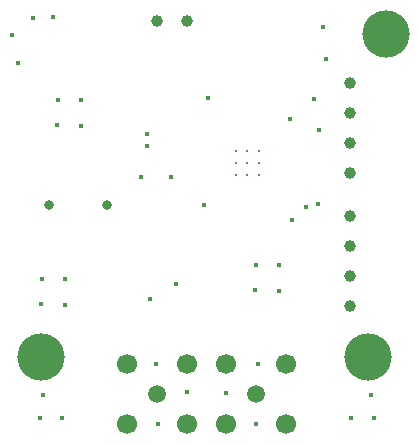
<source format=gbr>
%TF.GenerationSoftware,KiCad,Pcbnew,5.0.2-bee76a0~70~ubuntu18.04.1*%
%TF.CreationDate,2019-01-08T18:58:57+02:00*%
%TF.ProjectId,HScope_2018_10_L,4853636f-7065-45f3-9230-31385f31305f,rev?*%
%TF.SameCoordinates,Original*%
%TF.FileFunction,Plated,1,2,PTH,Drill*%
%TF.FilePolarity,Positive*%
%FSLAX46Y46*%
G04 Gerber Fmt 4.6, Leading zero omitted, Abs format (unit mm)*
G04 Created by KiCad (PCBNEW 5.0.2-bee76a0~70~ubuntu18.04.1) date Вт 08 янв 2019 18:58:57*
%MOMM*%
%LPD*%
G01*
G04 APERTURE LIST*
%TA.AperFunction,ComponentDrill*%
%ADD10C,0.200000*%
%TD*%
%TA.AperFunction,ViaDrill*%
%ADD11C,0.400000*%
%TD*%
%TA.AperFunction,ComponentDrill*%
%ADD12C,0.800000*%
%TD*%
%TA.AperFunction,ComponentDrill*%
%ADD13C,1.000000*%
%TD*%
%TA.AperFunction,ComponentDrill*%
%ADD14C,1.500000*%
%TD*%
%TA.AperFunction,ComponentDrill*%
%ADD15C,1.700000*%
%TD*%
%TA.AperFunction,ViaDrill*%
%ADD16C,4.000000*%
%TD*%
G04 APERTURE END LIST*
D10*
%TO.C,U2*%
X82900000Y-47900000D03*
X82900000Y-48900000D03*
X82900000Y-49900000D03*
X83900000Y-47900000D03*
X83900000Y-48900000D03*
X83900000Y-49900000D03*
X84900000Y-47900000D03*
X84900000Y-48900000D03*
X84900000Y-49900000D03*
%TD*%
D11*
X64000000Y-38040000D03*
X64460000Y-40400000D03*
X65710000Y-36590000D03*
X66360000Y-70510000D03*
X66420000Y-60858000D03*
X66474000Y-58752000D03*
X66625000Y-68530000D03*
X67446000Y-36570000D03*
X67770000Y-45684000D03*
X67824000Y-43578000D03*
X68230000Y-70500000D03*
X68472000Y-58752000D03*
X68472000Y-60912000D03*
X69822000Y-43578000D03*
X69822000Y-45738000D03*
X74850000Y-50060000D03*
X75395000Y-46460000D03*
X75395000Y-47500000D03*
X75670000Y-60430000D03*
X76160000Y-65950000D03*
X76360000Y-71030000D03*
X77470000Y-50100000D03*
X77850000Y-59150000D03*
X78800000Y-68300000D03*
X80257133Y-52421498D03*
X80580000Y-43380000D03*
X82130000Y-68390000D03*
X84564000Y-59670000D03*
X84618000Y-57564000D03*
X84620000Y-71020000D03*
X84830000Y-65940000D03*
X86616000Y-57564000D03*
X86616000Y-59724000D03*
X87522182Y-45217818D03*
X87650000Y-53710000D03*
X88850000Y-52590000D03*
X89580000Y-43500000D03*
X89860000Y-52370000D03*
X89990000Y-46130000D03*
X90342000Y-37368000D03*
X90558000Y-40088000D03*
X92710000Y-70530000D03*
X94370000Y-68570000D03*
X94590000Y-70530000D03*
D12*
%TO.C,Y2*%
X67110000Y-52490000D03*
X71990000Y-52490000D03*
D13*
%TO.C,D1*%
X76210000Y-36890000D03*
X78750000Y-36890000D03*
%TO.C,J1*%
X92620000Y-53420000D03*
X92620000Y-55960000D03*
X92620000Y-58500000D03*
X92620000Y-61040000D03*
%TO.C,J4*%
X92620000Y-42150000D03*
X92620000Y-44690000D03*
X92620000Y-47230000D03*
X92620000Y-49770000D03*
D14*
%TO.C,J7*%
X76260000Y-68490000D03*
%TO.C,J3*%
X84670000Y-68480000D03*
D15*
%TO.C,J7*%
X73720000Y-65950000D03*
X73720000Y-71030000D03*
X78800000Y-65950000D03*
X78800000Y-71030000D03*
%TO.C,J3*%
X82130000Y-65940000D03*
X82130000Y-71020000D03*
X87210000Y-65940000D03*
X87210000Y-71020000D03*
%TD*%
D16*
X66420000Y-65340000D03*
X94122000Y-65286000D03*
X95634000Y-37962000D03*
M02*

</source>
